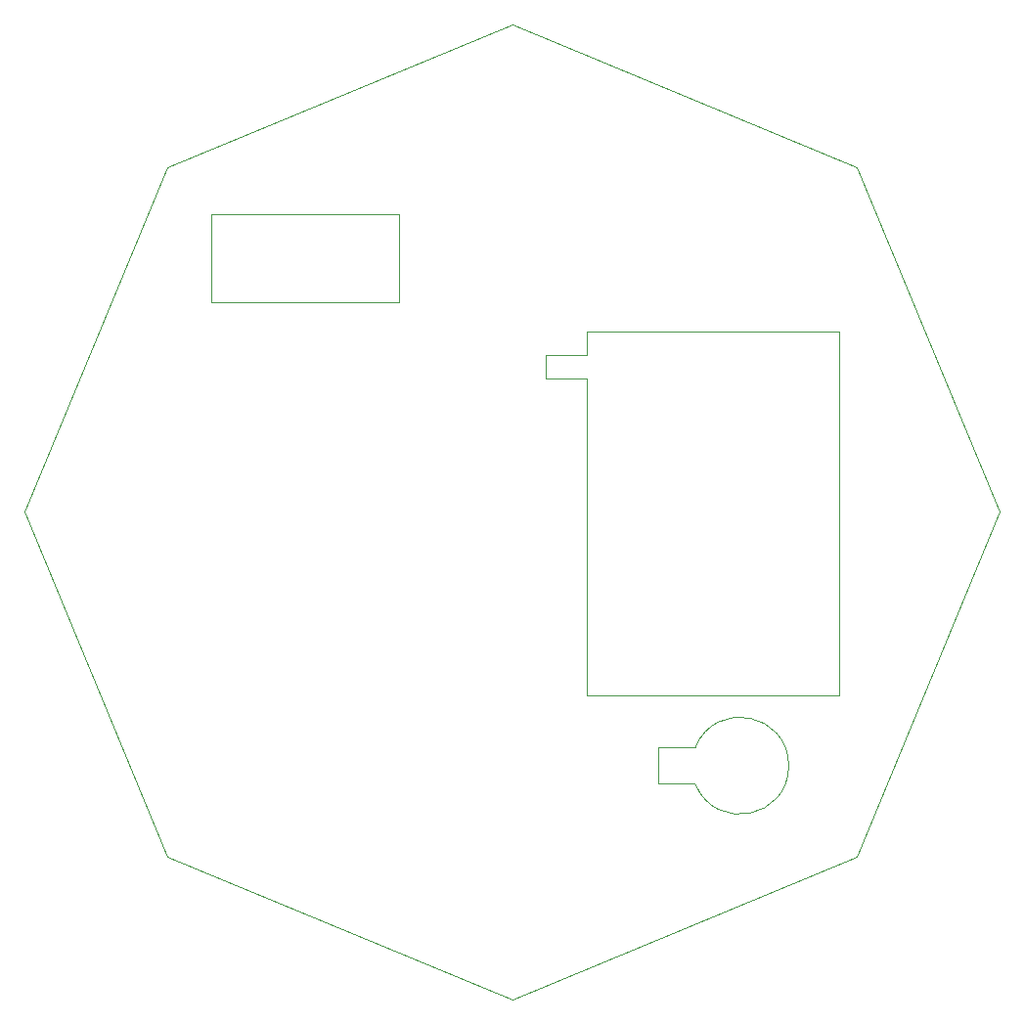
<source format=gko>
G04*
G04 #@! TF.GenerationSoftware,Altium Limited,Altium Designer,21.4.1 (30)*
G04*
G04 Layer_Color=16711935*
%FSLAX44Y44*%
%MOMM*%
G71*
G04*
G04 #@! TF.SameCoordinates,F062A0B2-1153-48B6-B7C1-D9BF76563F52*
G04*
G04*
G04 #@! TF.FilePolarity,Positive*
G04*
G01*
G75*
%ADD88C,0.0006*%
D88*
X1159783Y554624D02*
G03*
X1158950Y553791I0J-833D01*
G01*
X1191267Y522478D02*
G03*
X1191267Y554624I38803J16073D01*
G01*
Y522478D02*
G03*
X1190435Y523311I-833J0D01*
G01*
X1158950D02*
Y553791D01*
X1159783Y554624D02*
X1191267D01*
X1158950Y523311D02*
X1190435D01*
X1061720Y873760D02*
X1097280D01*
Y599440D02*
Y873760D01*
Y599440D02*
X1315720D01*
Y914400D01*
X1097280D02*
X1315720D01*
X1097280Y894080D02*
Y914400D01*
X1061720Y894080D02*
X1097280D01*
X1061720Y873760D02*
Y894080D01*
X772160Y939800D02*
Y1016000D01*
X934720D01*
Y939800D02*
Y1016000D01*
X772160Y939800D02*
X934720D01*
X1032510Y336057D02*
X1331003Y459697D01*
X734017D02*
X1032510Y336057D01*
X610377Y758190D02*
X734017Y459697D01*
X610377Y758190D02*
X734017Y1056683D01*
X1032510Y1180323D01*
X1331003Y1056683D01*
X1454643Y758190D01*
X1331003Y459697D02*
X1454643Y758190D01*
M02*

</source>
